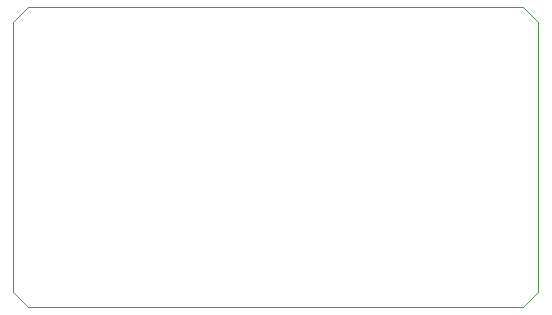
<source format=gbr>
G04 #@! TF.GenerationSoftware,KiCad,Pcbnew,6.0.0-rc1-unknown-7c960aa~66~ubuntu18.04.1*
G04 #@! TF.CreationDate,2018-10-18T20:47:30-04:00*
G04 #@! TF.ProjectId,Tach Circuit,5461636820436972637569742E6B6963,rev?*
G04 #@! TF.SameCoordinates,Original*
G04 #@! TF.FileFunction,Profile,NP*
%FSLAX46Y46*%
G04 Gerber Fmt 4.6, Leading zero omitted, Abs format (unit mm)*
G04 Created by KiCad (PCBNEW 6.0.0-rc1-unknown-7c960aa~66~ubuntu18.04.1) date Thu 18 Oct 2018 08:47:30 PM EDT*
%MOMM*%
%LPD*%
G01*
G04 APERTURE LIST*
%ADD10C,0.050000*%
G04 APERTURE END LIST*
D10*
X166370000Y106680000D02*
X124460000Y106680000D01*
X167640000Y105410000D02*
X166370000Y106680000D01*
X167640000Y82550000D02*
X167640000Y105410000D01*
X166370000Y81280000D02*
X167640000Y82550000D01*
X165100000Y81280000D02*
X166370000Y81280000D01*
X124460000Y81280000D02*
X165100000Y81280000D01*
X123190000Y82550000D02*
X124460000Y81280000D01*
X123190000Y83820000D02*
X123190000Y82550000D01*
X123190000Y105410000D02*
X123190000Y83820000D01*
X124460000Y106680000D02*
X123190000Y105410000D01*
M02*

</source>
